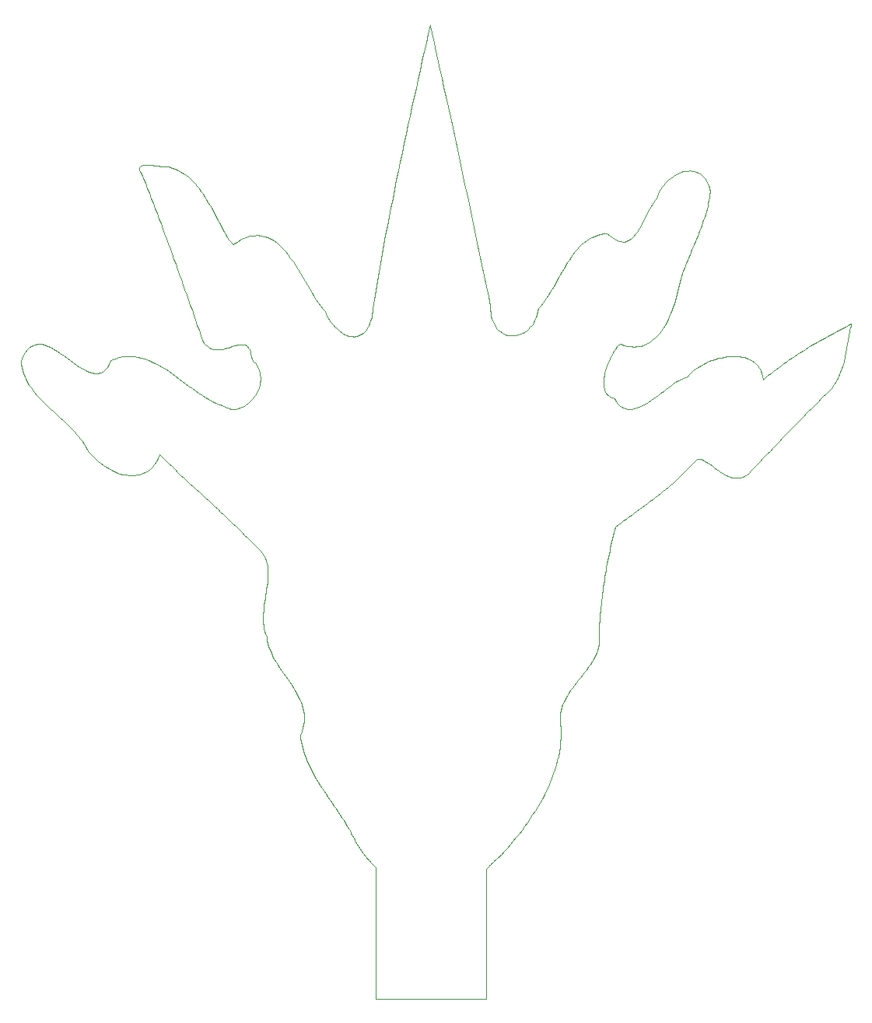
<source format=gbr>
G04 #@! TF.GenerationSoftware,KiCad,Pcbnew,(5.1.8)-1*
G04 #@! TF.CreationDate,2021-05-01T00:31:05-04:00*
G04 #@! TF.ProjectId,pcb,7063622e-6b69-4636-9164-5f7063625858,1*
G04 #@! TF.SameCoordinates,Original*
G04 #@! TF.FileFunction,Profile,NP*
%FSLAX46Y46*%
G04 Gerber Fmt 4.6, Leading zero omitted, Abs format (unit mm)*
G04 Created by KiCad (PCBNEW (5.1.8)-1) date 2021-05-01 00:31:05*
%MOMM*%
%LPD*%
G01*
G04 APERTURE LIST*
G04 #@! TA.AperFunction,Profile*
%ADD10C,0.000100*%
G04 #@! TD*
G04 APERTURE END LIST*
D10*
X168241276Y-75348060D02*
X168393354Y-75638127D01*
X168393354Y-75638127D02*
X168565180Y-75924170D01*
X168565180Y-75924170D02*
X168755496Y-76205006D01*
X168755496Y-76205006D02*
X168963042Y-76479457D01*
X168963042Y-76479457D02*
X169186560Y-76746340D01*
X169186560Y-76746340D02*
X169424791Y-77004477D01*
X169424791Y-77004477D02*
X169676477Y-77252687D01*
X169676477Y-77252687D02*
X169940357Y-77489788D01*
X169940357Y-77489788D02*
X170215175Y-77714602D01*
X170215175Y-77714602D02*
X170499670Y-77925947D01*
X170499670Y-77925947D02*
X170792585Y-78122644D01*
X170792585Y-78122644D02*
X171092660Y-78303511D01*
X171092660Y-78303511D02*
X171398636Y-78467369D01*
X171398636Y-78467369D02*
X171709256Y-78613037D01*
X171709256Y-78613037D02*
X172023260Y-78739335D01*
X172023260Y-78739335D02*
X172339389Y-78845082D01*
X172339389Y-78845082D02*
X172656385Y-78929098D01*
X172656385Y-78929098D02*
X172972988Y-78990203D01*
X172972988Y-78990203D02*
X173287941Y-79027216D01*
X173287941Y-79027216D02*
X173599985Y-79038958D01*
X173599985Y-79038958D02*
X173907860Y-79024246D01*
X173907860Y-79024246D02*
X174210307Y-78981902D01*
X174210307Y-78981902D02*
X174506069Y-78910745D01*
X174506069Y-78910745D02*
X174793887Y-78809595D01*
X174793887Y-78809595D02*
X175072500Y-78677270D01*
X175072500Y-78677270D02*
X175340652Y-78512591D01*
X175340652Y-78512591D02*
X175597083Y-78314378D01*
X175597083Y-78314378D02*
X175840534Y-78081450D01*
X175840534Y-78081450D02*
X176069747Y-77812626D01*
X176069747Y-77812626D02*
X176283462Y-77506727D01*
X176283462Y-77506727D02*
X176480422Y-77162571D01*
X176480422Y-77162571D02*
X176659367Y-76778980D01*
X200168010Y-121695110D02*
X200168010Y-135987250D01*
X171342896Y-66461780D02*
X171143271Y-66909153D01*
X171143271Y-66909153D02*
X170924590Y-67266357D01*
X170924590Y-67266357D02*
X170688071Y-67539543D01*
X170688071Y-67539543D02*
X170434930Y-67734861D01*
X170434930Y-67734861D02*
X170166385Y-67858463D01*
X170166385Y-67858463D02*
X169883653Y-67916500D01*
X169883653Y-67916500D02*
X169587951Y-67915121D01*
X169587951Y-67915121D02*
X169280497Y-67860479D01*
X169280497Y-67860479D02*
X168962509Y-67758724D01*
X168962509Y-67758724D02*
X168635203Y-67616006D01*
X168635203Y-67616006D02*
X168299796Y-67438477D01*
X168299796Y-67438477D02*
X167957506Y-67232287D01*
X167957506Y-67232287D02*
X167609551Y-67003587D01*
X167609551Y-67003587D02*
X167257147Y-66758528D01*
X167257147Y-66758528D02*
X166901512Y-66503261D01*
X166901512Y-66503261D02*
X166543863Y-66243937D01*
X166543863Y-66243937D02*
X166185417Y-65986706D01*
X166185417Y-65986706D02*
X165827392Y-65737720D01*
X165827392Y-65737720D02*
X165471006Y-65503129D01*
X165471006Y-65503129D02*
X165117474Y-65289083D01*
X165117474Y-65289083D02*
X164768016Y-65101735D01*
X164768016Y-65101735D02*
X164423847Y-64947234D01*
X164423847Y-64947234D02*
X164086185Y-64831732D01*
X164086185Y-64831732D02*
X163756248Y-64761379D01*
X163756248Y-64761379D02*
X163435253Y-64742326D01*
X163435253Y-64742326D02*
X163124416Y-64780724D01*
X163124416Y-64780724D02*
X162824957Y-64882724D01*
X162824957Y-64882724D02*
X162538091Y-65054476D01*
X162538091Y-65054476D02*
X162265036Y-65302132D01*
X162265036Y-65302132D02*
X162007009Y-65631843D01*
X162007009Y-65631843D02*
X161765228Y-66049758D01*
X161765228Y-66049758D02*
X161540910Y-66562030D01*
X217891990Y-60789780D02*
X217819173Y-61160780D01*
X217819173Y-61160780D02*
X217724233Y-61507755D01*
X217724233Y-61507755D02*
X217608797Y-61830675D01*
X217608797Y-61830675D02*
X217474493Y-62129511D01*
X217474493Y-62129511D02*
X217322947Y-62404234D01*
X217322947Y-62404234D02*
X217155785Y-62654812D01*
X217155785Y-62654812D02*
X216974636Y-62881219D01*
X216974636Y-62881219D02*
X216781126Y-63083423D01*
X216781126Y-63083423D02*
X216576882Y-63261395D01*
X216576882Y-63261395D02*
X216363530Y-63415107D01*
X216363530Y-63415107D02*
X216142699Y-63544528D01*
X216142699Y-63544528D02*
X215916015Y-63649628D01*
X215916015Y-63649628D02*
X215685104Y-63730380D01*
X215685104Y-63730380D02*
X215451595Y-63786753D01*
X215451595Y-63786753D02*
X215217113Y-63818717D01*
X215217113Y-63818717D02*
X214983286Y-63826243D01*
X214983286Y-63826243D02*
X214751741Y-63809302D01*
X214751741Y-63809302D02*
X214524104Y-63767865D01*
X214524104Y-63767865D02*
X214302003Y-63701901D01*
X214302003Y-63701901D02*
X214087065Y-63611382D01*
X214087065Y-63611382D02*
X213880917Y-63496278D01*
X213880917Y-63496278D02*
X213685185Y-63356559D01*
X213685185Y-63356559D02*
X213501497Y-63192196D01*
X213501497Y-63192196D02*
X213331480Y-63003159D01*
X213331480Y-63003159D02*
X213176760Y-62789420D01*
X213176760Y-62789420D02*
X213038965Y-62550948D01*
X213038965Y-62550948D02*
X212919721Y-62287715D01*
X212919721Y-62287715D02*
X212820656Y-61999690D01*
X212820656Y-61999690D02*
X212743396Y-61686845D01*
X212743396Y-61686845D02*
X212689569Y-61349149D01*
X212689569Y-61349149D02*
X212660801Y-60986574D01*
X212660801Y-60986574D02*
X212658720Y-60599090D01*
X251918860Y-62534890D02*
X251600675Y-62693122D01*
X251600675Y-62693122D02*
X251283127Y-62853117D01*
X251283127Y-62853117D02*
X250966271Y-63014897D01*
X250966271Y-63014897D02*
X250650162Y-63178486D01*
X250650162Y-63178486D02*
X250334854Y-63343906D01*
X250334854Y-63343906D02*
X250020404Y-63511180D01*
X250020404Y-63511180D02*
X249706865Y-63680330D01*
X249706865Y-63680330D02*
X249394293Y-63851380D01*
X249394293Y-63851380D02*
X249082743Y-64024352D01*
X249082743Y-64024352D02*
X248772270Y-64199269D01*
X248772270Y-64199269D02*
X248462928Y-64376155D01*
X248462928Y-64376155D02*
X248154774Y-64555030D01*
X248154774Y-64555030D02*
X247847861Y-64735920D01*
X247847861Y-64735920D02*
X247542245Y-64918845D01*
X247542245Y-64918845D02*
X247237981Y-65103829D01*
X247237981Y-65103829D02*
X246935125Y-65290896D01*
X246935125Y-65290896D02*
X246633729Y-65480067D01*
X246633729Y-65480067D02*
X246333851Y-65671365D01*
X246333851Y-65671365D02*
X246035545Y-65864813D01*
X246035545Y-65864813D02*
X245738866Y-66060435D01*
X245738866Y-66060435D02*
X245443869Y-66258252D01*
X245443869Y-66258252D02*
X245150608Y-66458288D01*
X245150608Y-66458288D02*
X244859140Y-66660565D01*
X244859140Y-66660565D02*
X244569519Y-66865106D01*
X244569519Y-66865106D02*
X244281799Y-67071934D01*
X244281799Y-67071934D02*
X243996037Y-67281072D01*
X243996037Y-67281072D02*
X243712286Y-67492542D01*
X243712286Y-67492542D02*
X243430603Y-67706368D01*
X243430603Y-67706368D02*
X243151042Y-67922572D01*
X243151042Y-67922572D02*
X242873657Y-68141176D01*
X242873657Y-68141176D02*
X242598505Y-68362205D01*
X242598505Y-68362205D02*
X242325640Y-68585680D01*
X183523029Y-71434610D02*
X183136986Y-71298644D01*
X183136986Y-71298644D02*
X182755267Y-71139687D01*
X182755267Y-71139687D02*
X182377474Y-70959912D01*
X182377474Y-70959912D02*
X182003209Y-70761493D01*
X182003209Y-70761493D02*
X181632076Y-70546604D01*
X181632076Y-70546604D02*
X181263677Y-70317418D01*
X181263677Y-70317418D02*
X180897614Y-70076110D01*
X180897614Y-70076110D02*
X180533490Y-69824853D01*
X180533490Y-69824853D02*
X180170907Y-69565821D01*
X180170907Y-69565821D02*
X179809469Y-69301187D01*
X179809469Y-69301187D02*
X179448777Y-69033126D01*
X179448777Y-69033126D02*
X179088435Y-68763810D01*
X179088435Y-68763810D02*
X178728044Y-68495415D01*
X178728044Y-68495415D02*
X178367208Y-68230113D01*
X178367208Y-68230113D02*
X178005528Y-67970079D01*
X178005528Y-67970079D02*
X177642609Y-67717486D01*
X177642609Y-67717486D02*
X177278051Y-67474507D01*
X177278051Y-67474507D02*
X176911458Y-67243318D01*
X176911458Y-67243318D02*
X176542433Y-67026091D01*
X176542433Y-67026091D02*
X176170577Y-66825000D01*
X176170577Y-66825000D02*
X175795494Y-66642219D01*
X175795494Y-66642219D02*
X175416785Y-66479921D01*
X175416785Y-66479921D02*
X175034055Y-66340281D01*
X175034055Y-66340281D02*
X174646904Y-66225473D01*
X174646904Y-66225473D02*
X174254936Y-66137669D01*
X174254936Y-66137669D02*
X173857754Y-66079044D01*
X173857754Y-66079044D02*
X173454959Y-66051772D01*
X173454959Y-66051772D02*
X173046155Y-66058026D01*
X173046155Y-66058026D02*
X172630944Y-66099980D01*
X172630944Y-66099980D02*
X172208929Y-66179808D01*
X172208929Y-66179808D02*
X171779712Y-66299683D01*
X171779712Y-66299683D02*
X171342896Y-66461780D01*
X212658720Y-60599090D02*
X212442408Y-59545063D01*
X212442408Y-59545063D02*
X212214946Y-58445434D01*
X212214946Y-58445434D02*
X211977516Y-57305389D01*
X211977516Y-57305389D02*
X211731300Y-56130112D01*
X211731300Y-56130112D02*
X211477479Y-54924789D01*
X211477479Y-54924789D02*
X211217234Y-53694603D01*
X211217234Y-53694603D02*
X210951747Y-52444740D01*
X210951747Y-52444740D02*
X210682199Y-51180386D01*
X210682199Y-51180386D02*
X210409772Y-49906723D01*
X210409772Y-49906723D02*
X210135648Y-48628939D01*
X210135648Y-48628939D02*
X209861008Y-47352217D01*
X209861008Y-47352217D02*
X209587034Y-46081742D01*
X209587034Y-46081742D02*
X209314906Y-44822699D01*
X209314906Y-44822699D02*
X209045807Y-43580274D01*
X209045807Y-43580274D02*
X208780919Y-42359651D01*
X208780919Y-42359651D02*
X208521422Y-41166014D01*
X208521422Y-41166014D02*
X208268498Y-40004550D01*
X208268498Y-40004550D02*
X208023329Y-38880442D01*
X208023329Y-38880442D02*
X207787097Y-37798875D01*
X207787097Y-37798875D02*
X207560982Y-36765035D01*
X207560982Y-36765035D02*
X207346167Y-35784107D01*
X207346167Y-35784107D02*
X207143832Y-34861275D01*
X207143832Y-34861275D02*
X206955160Y-34001724D01*
X206955160Y-34001724D02*
X206781331Y-33210639D01*
X206781331Y-33210639D02*
X206623529Y-32493204D01*
X206623529Y-32493204D02*
X206482933Y-31854606D01*
X206482933Y-31854606D02*
X206360725Y-31300028D01*
X206360725Y-31300028D02*
X206258088Y-30834656D01*
X206258088Y-30834656D02*
X206176202Y-30463675D01*
X206176202Y-30463675D02*
X206116249Y-30192268D01*
X206116249Y-30192268D02*
X206079411Y-30025622D01*
X206079411Y-30025622D02*
X206066870Y-29968922D01*
X206066870Y-29968922D02*
X205851983Y-30954300D01*
X205851983Y-30954300D02*
X205635945Y-31941207D01*
X205635945Y-31941207D02*
X205418977Y-32929564D01*
X205418977Y-32929564D02*
X205201297Y-33919290D01*
X205201297Y-33919290D02*
X204983125Y-34910303D01*
X204983125Y-34910303D02*
X204764681Y-35902525D01*
X204764681Y-35902525D02*
X204546185Y-36895875D01*
X204546185Y-36895875D02*
X204327856Y-37890271D01*
X204327856Y-37890271D02*
X204109914Y-38885635D01*
X204109914Y-38885635D02*
X203892578Y-39881885D01*
X203892578Y-39881885D02*
X203676068Y-40878942D01*
X203676068Y-40878942D02*
X203460604Y-41876724D01*
X203460604Y-41876724D02*
X203246405Y-42875151D01*
X203246405Y-42875151D02*
X203033691Y-43874144D01*
X203033691Y-43874144D02*
X202822682Y-44873622D01*
X202822682Y-44873622D02*
X202613596Y-45873504D01*
X202613596Y-45873504D02*
X202406655Y-46873709D01*
X202406655Y-46873709D02*
X202202076Y-47874159D01*
X202202076Y-47874159D02*
X202000081Y-48874772D01*
X202000081Y-48874772D02*
X201800889Y-49875467D01*
X201800889Y-49875467D02*
X201604718Y-50876165D01*
X201604718Y-50876165D02*
X201411790Y-51876786D01*
X201411790Y-51876786D02*
X201222323Y-52877248D01*
X201222323Y-52877248D02*
X201036537Y-53877472D01*
X201036537Y-53877472D02*
X200854652Y-54877376D01*
X200854652Y-54877376D02*
X200676887Y-55876882D01*
X200676887Y-55876882D02*
X200503462Y-56875908D01*
X200503462Y-56875908D02*
X200334597Y-57874373D01*
X200334597Y-57874373D02*
X200170511Y-58872199D01*
X200170511Y-58872199D02*
X200011424Y-59869304D01*
X200011424Y-59869304D02*
X199857555Y-60865607D01*
X199857555Y-60865607D02*
X199709125Y-61861030D01*
X226126630Y-70676510D02*
X225878055Y-70591538D01*
X225878055Y-70591538D02*
X225662638Y-70481450D01*
X225662638Y-70481450D02*
X225478802Y-70348109D01*
X225478802Y-70348109D02*
X225324973Y-70193380D01*
X225324973Y-70193380D02*
X225199574Y-70019126D01*
X225199574Y-70019126D02*
X225101031Y-69827213D01*
X225101031Y-69827213D02*
X225027768Y-69619504D01*
X225027768Y-69619504D02*
X224978209Y-69397865D01*
X224978209Y-69397865D02*
X224950780Y-69164159D01*
X224950780Y-69164159D02*
X224943904Y-68920251D01*
X224943904Y-68920251D02*
X224956007Y-68668005D01*
X224956007Y-68668005D02*
X224985513Y-68409285D01*
X224985513Y-68409285D02*
X225030846Y-68145957D01*
X225030846Y-68145957D02*
X225090431Y-67879884D01*
X225090431Y-67879884D02*
X225162694Y-67612931D01*
X225162694Y-67612931D02*
X225246057Y-67346962D01*
X225246057Y-67346962D02*
X225338946Y-67083842D01*
X225338946Y-67083842D02*
X225439786Y-66825434D01*
X225439786Y-66825434D02*
X225547001Y-66573604D01*
X225547001Y-66573604D02*
X225659015Y-66330215D01*
X225659015Y-66330215D02*
X225774254Y-66097133D01*
X225774254Y-66097133D02*
X225891141Y-65876221D01*
X225891141Y-65876221D02*
X226008102Y-65669343D01*
X226008102Y-65669343D02*
X226123561Y-65478365D01*
X226123561Y-65478365D02*
X226235942Y-65305151D01*
X226235942Y-65305151D02*
X226343671Y-65151565D01*
X226343671Y-65151565D02*
X226445171Y-65019471D01*
X226445171Y-65019471D02*
X226538868Y-64910733D01*
X226538868Y-64910733D02*
X226623186Y-64827217D01*
X226623186Y-64827217D02*
X226696549Y-64770787D01*
X226696549Y-64770787D02*
X226757382Y-64743306D01*
X226757382Y-64743306D02*
X226804110Y-64746640D01*
X187186889Y-86828500D02*
X187439952Y-87050338D01*
X187439952Y-87050338D02*
X187659130Y-87283470D01*
X187659130Y-87283470D02*
X187846402Y-87527305D01*
X187846402Y-87527305D02*
X188003748Y-87781253D01*
X188003748Y-87781253D02*
X188133150Y-88044724D01*
X188133150Y-88044724D02*
X188236587Y-88317126D01*
X188236587Y-88317126D02*
X188316040Y-88597870D01*
X188316040Y-88597870D02*
X188373489Y-88886364D01*
X188373489Y-88886364D02*
X188410915Y-89182018D01*
X188410915Y-89182018D02*
X188430297Y-89484242D01*
X188430297Y-89484242D02*
X188433617Y-89792445D01*
X188433617Y-89792445D02*
X188422854Y-90106036D01*
X188422854Y-90106036D02*
X188399989Y-90424425D01*
X188399989Y-90424425D02*
X188367002Y-90747022D01*
X188367002Y-90747022D02*
X188325873Y-91073235D01*
X188325873Y-91073235D02*
X188278584Y-91402475D01*
X188278584Y-91402475D02*
X188227113Y-91734150D01*
X188227113Y-91734150D02*
X188173442Y-92067670D01*
X188173442Y-92067670D02*
X188119552Y-92402446D01*
X188119552Y-92402446D02*
X188067421Y-92737885D01*
X188067421Y-92737885D02*
X188019031Y-93073398D01*
X188019031Y-93073398D02*
X187976362Y-93408394D01*
X187976362Y-93408394D02*
X187941394Y-93742282D01*
X187941394Y-93742282D02*
X187916108Y-94074473D01*
X187916108Y-94074473D02*
X187902484Y-94404374D01*
X187902484Y-94404374D02*
X187902502Y-94731397D01*
X187902502Y-94731397D02*
X187918143Y-95054950D01*
X187918143Y-95054950D02*
X187951387Y-95374442D01*
X187951387Y-95374442D02*
X188004214Y-95689284D01*
X188004214Y-95689284D02*
X188078605Y-95998885D01*
X188078605Y-95998885D02*
X188176540Y-96302653D01*
X188176540Y-96302653D02*
X188300000Y-96600000D01*
X181303011Y-64342530D02*
X181480724Y-64597597D01*
X181480724Y-64597597D02*
X181665323Y-64809764D01*
X181665323Y-64809764D02*
X181856058Y-64982101D01*
X181856058Y-64982101D02*
X182052178Y-65117675D01*
X182052178Y-65117675D02*
X182252932Y-65219555D01*
X182252932Y-65219555D02*
X182457570Y-65290808D01*
X182457570Y-65290808D02*
X182665341Y-65334504D01*
X182665341Y-65334504D02*
X182875495Y-65353710D01*
X182875495Y-65353710D02*
X183087281Y-65351494D01*
X183087281Y-65351494D02*
X183299949Y-65330926D01*
X183299949Y-65330926D02*
X183512747Y-65295072D01*
X183512747Y-65295072D02*
X183724926Y-65247002D01*
X183724926Y-65247002D02*
X183935735Y-65189784D01*
X183935735Y-65189784D02*
X184144424Y-65126486D01*
X184144424Y-65126486D02*
X184350241Y-65060176D01*
X184350241Y-65060176D02*
X184552436Y-64993922D01*
X184552436Y-64993922D02*
X184750258Y-64930793D01*
X184750258Y-64930793D02*
X184942958Y-64873857D01*
X184942958Y-64873857D02*
X185129784Y-64826183D01*
X185129784Y-64826183D02*
X185309987Y-64790838D01*
X185309987Y-64790838D02*
X185482814Y-64770890D01*
X185482814Y-64770890D02*
X185647516Y-64769409D01*
X185647516Y-64769409D02*
X185803343Y-64789462D01*
X185803343Y-64789462D02*
X185949543Y-64834118D01*
X185949543Y-64834118D02*
X186085366Y-64906445D01*
X186085366Y-64906445D02*
X186210062Y-65009510D01*
X186210062Y-65009510D02*
X186322879Y-65146383D01*
X186322879Y-65146383D02*
X186423068Y-65320132D01*
X186423068Y-65320132D02*
X186509878Y-65533825D01*
X186509878Y-65533825D02*
X186582558Y-65790530D01*
X186582558Y-65790530D02*
X186640358Y-66093315D01*
X186640358Y-66093315D02*
X186682527Y-66445250D01*
X194676874Y-61207840D02*
X194425379Y-60917770D01*
X194425379Y-60917770D02*
X194176768Y-60599695D01*
X194176768Y-60599695D02*
X193930343Y-60256818D01*
X193930343Y-60256818D02*
X193685411Y-59892342D01*
X193685411Y-59892342D02*
X193441275Y-59509474D01*
X193441275Y-59509474D02*
X193197241Y-59111415D01*
X193197241Y-59111415D02*
X192952612Y-58701372D01*
X192952612Y-58701372D02*
X192706695Y-58282549D01*
X192706695Y-58282549D02*
X192458793Y-57858149D01*
X192458793Y-57858149D02*
X192208212Y-57431376D01*
X192208212Y-57431376D02*
X191954256Y-57005436D01*
X191954256Y-57005436D02*
X191696230Y-56583532D01*
X191696230Y-56583532D02*
X191433438Y-56168869D01*
X191433438Y-56168869D02*
X191165186Y-55764651D01*
X191165186Y-55764651D02*
X190890778Y-55374081D01*
X190890778Y-55374081D02*
X190609519Y-55000366D01*
X190609519Y-55000366D02*
X190320714Y-54646708D01*
X190320714Y-54646708D02*
X190023667Y-54316312D01*
X190023667Y-54316312D02*
X189717683Y-54012382D01*
X189717683Y-54012382D02*
X189402067Y-53738123D01*
X189402067Y-53738123D02*
X189076124Y-53496739D01*
X189076124Y-53496739D02*
X188739158Y-53291433D01*
X188739158Y-53291433D02*
X188390474Y-53125411D01*
X188390474Y-53125411D02*
X188029378Y-53001877D01*
X188029378Y-53001877D02*
X187655173Y-52924035D01*
X187655173Y-52924035D02*
X187267164Y-52895088D01*
X187267164Y-52895088D02*
X186864656Y-52918243D01*
X186864656Y-52918243D02*
X186446955Y-52996702D01*
X186446955Y-52996702D02*
X186013364Y-53133669D01*
X186013364Y-53133669D02*
X185563188Y-53332350D01*
X185563188Y-53332350D02*
X185095733Y-53595949D01*
X185095733Y-53595949D02*
X184610303Y-53927670D01*
X212232910Y-135987250D02*
X212232910Y-121840830D01*
X230725319Y-48898520D02*
X230560501Y-49096002D01*
X230560501Y-49096002D02*
X230402859Y-49306956D01*
X230402859Y-49306956D02*
X230251657Y-49529523D01*
X230251657Y-49529523D02*
X230106160Y-49761842D01*
X230106160Y-49761842D02*
X229965631Y-50002054D01*
X229965631Y-50002054D02*
X229829335Y-50248297D01*
X229829335Y-50248297D02*
X229696536Y-50498713D01*
X229696536Y-50498713D02*
X229566498Y-50751442D01*
X229566498Y-50751442D02*
X229438487Y-51004622D01*
X229438487Y-51004622D02*
X229311766Y-51256394D01*
X229311766Y-51256394D02*
X229185599Y-51504899D01*
X229185599Y-51504899D02*
X229059251Y-51748276D01*
X229059251Y-51748276D02*
X228931986Y-51984665D01*
X228931986Y-51984665D02*
X228803069Y-52212205D01*
X228803069Y-52212205D02*
X228671764Y-52429038D01*
X228671764Y-52429038D02*
X228537334Y-52633303D01*
X228537334Y-52633303D02*
X228399045Y-52823140D01*
X228399045Y-52823140D02*
X228256161Y-52996689D01*
X228256161Y-52996689D02*
X228107946Y-53152090D01*
X228107946Y-53152090D02*
X227953664Y-53287482D01*
X227953664Y-53287482D02*
X227792580Y-53401007D01*
X227792580Y-53401007D02*
X227623958Y-53490803D01*
X227623958Y-53490803D02*
X227447063Y-53555011D01*
X227447063Y-53555011D02*
X227261158Y-53591771D01*
X227261158Y-53591771D02*
X227065508Y-53599222D01*
X227065508Y-53599222D02*
X226859377Y-53575505D01*
X226859377Y-53575505D02*
X226642030Y-53518760D01*
X226642030Y-53518760D02*
X226412731Y-53427127D01*
X226412731Y-53427127D02*
X226170744Y-53298745D01*
X226170744Y-53298745D02*
X225915333Y-53131755D01*
X225915333Y-53131755D02*
X225645764Y-52924297D01*
X225645764Y-52924297D02*
X225361300Y-52674510D01*
X176659367Y-76778980D02*
X176982986Y-77101976D01*
X176982986Y-77101976D02*
X177308075Y-77422672D01*
X177308075Y-77422672D02*
X177634522Y-77741240D01*
X177634522Y-77741240D02*
X177962215Y-78057854D01*
X177962215Y-78057854D02*
X178291041Y-78372684D01*
X178291041Y-78372684D02*
X178620888Y-78685903D01*
X178620888Y-78685903D02*
X178951643Y-78997684D01*
X178951643Y-78997684D02*
X179283193Y-79308198D01*
X179283193Y-79308198D02*
X179615427Y-79617618D01*
X179615427Y-79617618D02*
X179948232Y-79926117D01*
X179948232Y-79926117D02*
X180281496Y-80233865D01*
X180281496Y-80233865D02*
X180615106Y-80541037D01*
X180615106Y-80541037D02*
X180948950Y-80847803D01*
X180948950Y-80847803D02*
X181282915Y-81154337D01*
X181282915Y-81154337D02*
X181616889Y-81460810D01*
X181616889Y-81460810D02*
X181950759Y-81767395D01*
X181950759Y-81767395D02*
X182284414Y-82074263D01*
X182284414Y-82074263D02*
X182617740Y-82381588D01*
X182617740Y-82381588D02*
X182950626Y-82689541D01*
X182950626Y-82689541D02*
X183282959Y-82998295D01*
X183282959Y-82998295D02*
X183614626Y-83308022D01*
X183614626Y-83308022D02*
X183945515Y-83618894D01*
X183945515Y-83618894D02*
X184275514Y-83931084D01*
X184275514Y-83931084D02*
X184604510Y-84244764D01*
X184604510Y-84244764D02*
X184932390Y-84560105D01*
X184932390Y-84560105D02*
X185259044Y-84877281D01*
X185259044Y-84877281D02*
X185584357Y-85196463D01*
X185584357Y-85196463D02*
X185908218Y-85517824D01*
X185908218Y-85517824D02*
X186230514Y-85841535D01*
X186230514Y-85841535D02*
X186551132Y-86167770D01*
X186551132Y-86167770D02*
X186869961Y-86496701D01*
X186869961Y-86496701D02*
X187186889Y-86828500D01*
X161540910Y-66562030D02*
X161585635Y-66924803D01*
X161585635Y-66924803D02*
X161652127Y-67275987D01*
X161652127Y-67275987D02*
X161739271Y-67616172D01*
X161739271Y-67616172D02*
X161845952Y-67945948D01*
X161845952Y-67945948D02*
X161971058Y-68265903D01*
X161971058Y-68265903D02*
X162113472Y-68576629D01*
X162113472Y-68576629D02*
X162272082Y-68878715D01*
X162272082Y-68878715D02*
X162445771Y-69172750D01*
X162445771Y-69172750D02*
X162633428Y-69459325D01*
X162633428Y-69459325D02*
X162833936Y-69739030D01*
X162833936Y-69739030D02*
X163046182Y-70012453D01*
X163046182Y-70012453D02*
X163269051Y-70280186D01*
X163269051Y-70280186D02*
X163501429Y-70542817D01*
X163501429Y-70542817D02*
X163742201Y-70800938D01*
X163742201Y-70800938D02*
X163990255Y-71055136D01*
X163990255Y-71055136D02*
X164244474Y-71306003D01*
X164244474Y-71306003D02*
X164503744Y-71554128D01*
X164503744Y-71554128D02*
X164766953Y-71800101D01*
X164766953Y-71800101D02*
X165032984Y-72044512D01*
X165032984Y-72044512D02*
X165300724Y-72287951D01*
X165300724Y-72287951D02*
X165569058Y-72531007D01*
X165569058Y-72531007D02*
X165836873Y-72774270D01*
X165836873Y-72774270D02*
X166103053Y-73018330D01*
X166103053Y-73018330D02*
X166366485Y-73263777D01*
X166366485Y-73263777D02*
X166626054Y-73511201D01*
X166626054Y-73511201D02*
X166880646Y-73761191D01*
X166880646Y-73761191D02*
X167129147Y-74014337D01*
X167129147Y-74014337D02*
X167370441Y-74271230D01*
X167370441Y-74271230D02*
X167603416Y-74532459D01*
X167603416Y-74532459D02*
X167826956Y-74798614D01*
X167826956Y-74798614D02*
X168039947Y-75070284D01*
X168039947Y-75070284D02*
X168241276Y-75348060D01*
X184610303Y-53927670D02*
X184406708Y-53658322D01*
X184406708Y-53658322D02*
X184209936Y-53378965D01*
X184209936Y-53378965D02*
X184019211Y-53090628D01*
X184019211Y-53090628D02*
X183833761Y-52794342D01*
X183833761Y-52794342D02*
X183652812Y-52491140D01*
X183652812Y-52491140D02*
X183475591Y-52182052D01*
X183475591Y-52182052D02*
X183301326Y-51868109D01*
X183301326Y-51868109D02*
X183129242Y-51550343D01*
X183129242Y-51550343D02*
X182958566Y-51229784D01*
X182958566Y-51229784D02*
X182788526Y-50907464D01*
X182788526Y-50907464D02*
X182618348Y-50584413D01*
X182618348Y-50584413D02*
X182447258Y-50261664D01*
X182447258Y-50261664D02*
X182274484Y-49940247D01*
X182274484Y-49940247D02*
X182099252Y-49621194D01*
X182099252Y-49621194D02*
X181920789Y-49305535D01*
X181920789Y-49305535D02*
X181738322Y-48994302D01*
X181738322Y-48994302D02*
X181551077Y-48688526D01*
X181551077Y-48688526D02*
X181358281Y-48389238D01*
X181358281Y-48389238D02*
X181159162Y-48097469D01*
X181159162Y-48097469D02*
X180952944Y-47814250D01*
X180952944Y-47814250D02*
X180738857Y-47540613D01*
X180738857Y-47540613D02*
X180516125Y-47277589D01*
X180516125Y-47277589D02*
X180283977Y-47026208D01*
X180283977Y-47026208D02*
X180041638Y-46787503D01*
X180041638Y-46787503D02*
X179788336Y-46562503D01*
X179788336Y-46562503D02*
X179523296Y-46352241D01*
X179523296Y-46352241D02*
X179245747Y-46157748D01*
X179245747Y-46157748D02*
X178954914Y-45980054D01*
X178954914Y-45980054D02*
X178650025Y-45820191D01*
X178650025Y-45820191D02*
X178330306Y-45679191D01*
X178330306Y-45679191D02*
X177994984Y-45558083D01*
X177994984Y-45558083D02*
X177643286Y-45457900D01*
X236573540Y-48167290D02*
X236496538Y-47811621D01*
X236496538Y-47811621D02*
X236399148Y-47489101D01*
X236399148Y-47489101D02*
X236282724Y-47198858D01*
X236282724Y-47198858D02*
X236148625Y-46940018D01*
X236148625Y-46940018D02*
X235998206Y-46711709D01*
X235998206Y-46711709D02*
X235832824Y-46513058D01*
X235832824Y-46513058D02*
X235653836Y-46343192D01*
X235653836Y-46343192D02*
X235462599Y-46201238D01*
X235462599Y-46201238D02*
X235260468Y-46086323D01*
X235260468Y-46086323D02*
X235048802Y-45997574D01*
X235048802Y-45997574D02*
X234828956Y-45934119D01*
X234828956Y-45934119D02*
X234602287Y-45895085D01*
X234602287Y-45895085D02*
X234370151Y-45879598D01*
X234370151Y-45879598D02*
X234133906Y-45886786D01*
X234133906Y-45886786D02*
X233894908Y-45915776D01*
X233894908Y-45915776D02*
X233654514Y-45965696D01*
X233654514Y-45965696D02*
X233414080Y-46035671D01*
X233414080Y-46035671D02*
X233174963Y-46124831D01*
X233174963Y-46124831D02*
X232938519Y-46232300D01*
X232938519Y-46232300D02*
X232706106Y-46357208D01*
X232706106Y-46357208D02*
X232479079Y-46498680D01*
X232479079Y-46498680D02*
X232258796Y-46655845D01*
X232258796Y-46655845D02*
X232046613Y-46827828D01*
X232046613Y-46827828D02*
X231843887Y-47013758D01*
X231843887Y-47013758D02*
X231651974Y-47212761D01*
X231651974Y-47212761D02*
X231472231Y-47423965D01*
X231472231Y-47423965D02*
X231306015Y-47646497D01*
X231306015Y-47646497D02*
X231154683Y-47879483D01*
X231154683Y-47879483D02*
X231019590Y-48122051D01*
X231019590Y-48122051D02*
X230902094Y-48373329D01*
X230902094Y-48373329D02*
X230803551Y-48632442D01*
X230803551Y-48632442D02*
X230725319Y-48898520D01*
X224434230Y-95887890D02*
X224461223Y-95538695D01*
X224461223Y-95538695D02*
X224490076Y-95186159D01*
X224490076Y-95186159D02*
X224520799Y-94830595D01*
X224520799Y-94830595D02*
X224553405Y-94472319D01*
X224553405Y-94472319D02*
X224587904Y-94111643D01*
X224587904Y-94111643D02*
X224624307Y-93748883D01*
X224624307Y-93748883D02*
X224662626Y-93384353D01*
X224662626Y-93384353D02*
X224702872Y-93018367D01*
X224702872Y-93018367D02*
X224745056Y-92651240D01*
X224745056Y-92651240D02*
X224789190Y-92283285D01*
X224789190Y-92283285D02*
X224835283Y-91914818D01*
X224835283Y-91914818D02*
X224883349Y-91546152D01*
X224883349Y-91546152D02*
X224933397Y-91177602D01*
X224933397Y-91177602D02*
X224985440Y-90809482D01*
X224985440Y-90809482D02*
X225039488Y-90442106D01*
X225039488Y-90442106D02*
X225095552Y-90075790D01*
X225095552Y-90075790D02*
X225153644Y-89710846D01*
X225153644Y-89710846D02*
X225213775Y-89347589D01*
X225213775Y-89347589D02*
X225275957Y-88986335D01*
X225275957Y-88986335D02*
X225340199Y-88627396D01*
X225340199Y-88627396D02*
X225406514Y-88271088D01*
X225406514Y-88271088D02*
X225474914Y-87917725D01*
X225474914Y-87917725D02*
X225545408Y-87567620D01*
X225545408Y-87567620D02*
X225618008Y-87221089D01*
X225618008Y-87221089D02*
X225692726Y-86878446D01*
X225692726Y-86878446D02*
X225769572Y-86540004D01*
X225769572Y-86540004D02*
X225848558Y-86206079D01*
X225848558Y-86206079D02*
X225929696Y-85876985D01*
X225929696Y-85876985D02*
X226012995Y-85553035D01*
X226012995Y-85553035D02*
X226098468Y-85234545D01*
X226098468Y-85234545D02*
X226186126Y-84921828D01*
X226186126Y-84921828D02*
X226275980Y-84615200D01*
X220268590Y-106050580D02*
X220237224Y-105671161D01*
X220237224Y-105671161D02*
X220238715Y-105304491D01*
X220238715Y-105304491D02*
X220270819Y-104949696D01*
X220270819Y-104949696D02*
X220331293Y-104605898D01*
X220331293Y-104605898D02*
X220417893Y-104272222D01*
X220417893Y-104272222D02*
X220528376Y-103947792D01*
X220528376Y-103947792D02*
X220660498Y-103631731D01*
X220660498Y-103631731D02*
X220812016Y-103323164D01*
X220812016Y-103323164D02*
X220980687Y-103021214D01*
X220980687Y-103021214D02*
X221164267Y-102725006D01*
X221164267Y-102725006D02*
X221360512Y-102433663D01*
X221360512Y-102433663D02*
X221567179Y-102146309D01*
X221567179Y-102146309D02*
X221782025Y-101862069D01*
X221782025Y-101862069D02*
X222002806Y-101580066D01*
X222002806Y-101580066D02*
X222227279Y-101299424D01*
X222227279Y-101299424D02*
X222453200Y-101019267D01*
X222453200Y-101019267D02*
X222678325Y-100738720D01*
X222678325Y-100738720D02*
X222900412Y-100456905D01*
X222900412Y-100456905D02*
X223117217Y-100172948D01*
X223117217Y-100172948D02*
X223326496Y-99885971D01*
X223326496Y-99885971D02*
X223526006Y-99595100D01*
X223526006Y-99595100D02*
X223713504Y-99299457D01*
X223713504Y-99299457D02*
X223886745Y-98998167D01*
X223886745Y-98998167D02*
X224043488Y-98690354D01*
X224043488Y-98690354D02*
X224181487Y-98375142D01*
X224181487Y-98375142D02*
X224298500Y-98051655D01*
X224298500Y-98051655D02*
X224392283Y-97719016D01*
X224392283Y-97719016D02*
X224460593Y-97376349D01*
X224460593Y-97376349D02*
X224501186Y-97022780D01*
X224501186Y-97022780D02*
X224511818Y-96657430D01*
X224511818Y-96657430D02*
X224490247Y-96279426D01*
X224490247Y-96279426D02*
X224434230Y-95887890D01*
X235054250Y-77307630D02*
X235172830Y-77257454D01*
X235172830Y-77257454D02*
X235298829Y-77236490D01*
X235298829Y-77236490D02*
X235431986Y-77242340D01*
X235431986Y-77242340D02*
X235572043Y-77272604D01*
X235572043Y-77272604D02*
X235718740Y-77324885D01*
X235718740Y-77324885D02*
X235871819Y-77396786D01*
X235871819Y-77396786D02*
X236031020Y-77485908D01*
X236031020Y-77485908D02*
X236196084Y-77589852D01*
X236196084Y-77589852D02*
X236366752Y-77706223D01*
X236366752Y-77706223D02*
X236542766Y-77832620D01*
X236542766Y-77832620D02*
X236723866Y-77966647D01*
X236723866Y-77966647D02*
X236909792Y-78105904D01*
X236909792Y-78105904D02*
X237100287Y-78247995D01*
X237100287Y-78247995D02*
X237295090Y-78390522D01*
X237295090Y-78390522D02*
X237493943Y-78531085D01*
X237493943Y-78531085D02*
X237696587Y-78667288D01*
X237696587Y-78667288D02*
X237902762Y-78796732D01*
X237902762Y-78796732D02*
X238112210Y-78917020D01*
X238112210Y-78917020D02*
X238324672Y-79025753D01*
X238324672Y-79025753D02*
X238539888Y-79120533D01*
X238539888Y-79120533D02*
X238757599Y-79198962D01*
X238757599Y-79198962D02*
X238977546Y-79258643D01*
X238977546Y-79258643D02*
X239199471Y-79297178D01*
X239199471Y-79297178D02*
X239423114Y-79312167D01*
X239423114Y-79312167D02*
X239648216Y-79301214D01*
X239648216Y-79301214D02*
X239874517Y-79261921D01*
X239874517Y-79261921D02*
X240101760Y-79191888D01*
X240101760Y-79191888D02*
X240329685Y-79088720D01*
X240329685Y-79088720D02*
X240558032Y-78950016D01*
X240558032Y-78950016D02*
X240786543Y-78773381D01*
X240786543Y-78773381D02*
X241014958Y-78556414D01*
X241014958Y-78556414D02*
X241243020Y-78296720D01*
X200168010Y-135987250D02*
X212232910Y-135987250D01*
X177643286Y-45457900D02*
X177510551Y-45460292D01*
X177510551Y-45460292D02*
X177369596Y-45456555D01*
X177369596Y-45456555D02*
X177221546Y-45447527D01*
X177221546Y-45447527D02*
X177067525Y-45434046D01*
X177067525Y-45434046D02*
X176908657Y-45416951D01*
X176908657Y-45416951D02*
X176746068Y-45397081D01*
X176746068Y-45397081D02*
X176580882Y-45375274D01*
X176580882Y-45375274D02*
X176414225Y-45352368D01*
X176414225Y-45352368D02*
X176247220Y-45329204D01*
X176247220Y-45329204D02*
X176080993Y-45306618D01*
X176080993Y-45306618D02*
X175916668Y-45285450D01*
X175916668Y-45285450D02*
X175755370Y-45266539D01*
X175755370Y-45266539D02*
X175598224Y-45250723D01*
X175598224Y-45250723D02*
X175446354Y-45238841D01*
X175446354Y-45238841D02*
X175300886Y-45231731D01*
X175300886Y-45231731D02*
X175162944Y-45230232D01*
X175162944Y-45230232D02*
X175033652Y-45235183D01*
X175033652Y-45235183D02*
X174914136Y-45247422D01*
X174914136Y-45247422D02*
X174805520Y-45267788D01*
X174805520Y-45267788D02*
X174708930Y-45297120D01*
X174708930Y-45297120D02*
X174625489Y-45336256D01*
X174625489Y-45336256D02*
X174556322Y-45386035D01*
X174556322Y-45386035D02*
X174502555Y-45447296D01*
X174502555Y-45447296D02*
X174465312Y-45520877D01*
X174465312Y-45520877D02*
X174445717Y-45607617D01*
X174445717Y-45607617D02*
X174444896Y-45708354D01*
X174444896Y-45708354D02*
X174463974Y-45823927D01*
X174463974Y-45823927D02*
X174504074Y-45955176D01*
X174504074Y-45955176D02*
X174566322Y-46102937D01*
X174566322Y-46102937D02*
X174651842Y-46268051D01*
X174651842Y-46268051D02*
X174761760Y-46451356D01*
X174761760Y-46451356D02*
X174897200Y-46653690D01*
X199709125Y-61861030D02*
X199621416Y-62184813D01*
X199621416Y-62184813D02*
X199520560Y-62477970D01*
X199520560Y-62477970D02*
X199407422Y-62741343D01*
X199407422Y-62741343D02*
X199282868Y-62975773D01*
X199282868Y-62975773D02*
X199147764Y-63182104D01*
X199147764Y-63182104D02*
X199002976Y-63361176D01*
X199002976Y-63361176D02*
X198849371Y-63513833D01*
X198849371Y-63513833D02*
X198687815Y-63640915D01*
X198687815Y-63640915D02*
X198519173Y-63743265D01*
X198519173Y-63743265D02*
X198344311Y-63821725D01*
X198344311Y-63821725D02*
X198164097Y-63877137D01*
X198164097Y-63877137D02*
X197979395Y-63910342D01*
X197979395Y-63910342D02*
X197791073Y-63922184D01*
X197791073Y-63922184D02*
X197599995Y-63913503D01*
X197599995Y-63913503D02*
X197407029Y-63885142D01*
X197407029Y-63885142D02*
X197213041Y-63837943D01*
X197213041Y-63837943D02*
X197018895Y-63772748D01*
X197018895Y-63772748D02*
X196825459Y-63690399D01*
X196825459Y-63690399D02*
X196633599Y-63591737D01*
X196633599Y-63591737D02*
X196444180Y-63477606D01*
X196444180Y-63477606D02*
X196258070Y-63348846D01*
X196258070Y-63348846D02*
X196076133Y-63206300D01*
X196076133Y-63206300D02*
X195899236Y-63050810D01*
X195899236Y-63050810D02*
X195728246Y-62883217D01*
X195728246Y-62883217D02*
X195564027Y-62704365D01*
X195564027Y-62704365D02*
X195407447Y-62515094D01*
X195407447Y-62515094D02*
X195259372Y-62316247D01*
X195259372Y-62316247D02*
X195120667Y-62108666D01*
X195120667Y-62108666D02*
X194992198Y-61893193D01*
X194992198Y-61893193D02*
X194874832Y-61670669D01*
X194874832Y-61670669D02*
X194769435Y-61441937D01*
X194769435Y-61441937D02*
X194676874Y-61207840D01*
X206066870Y-29968922D02*
X206066870Y-29968922D01*
X225361300Y-52674510D02*
X224987074Y-52716184D01*
X224987074Y-52716184D02*
X224630621Y-52785243D01*
X224630621Y-52785243D02*
X224291071Y-52880315D01*
X224291071Y-52880315D02*
X223967556Y-53000029D01*
X223967556Y-53000029D02*
X223659206Y-53143013D01*
X223659206Y-53143013D02*
X223365154Y-53307897D01*
X223365154Y-53307897D02*
X223084529Y-53493309D01*
X223084529Y-53493309D02*
X222816465Y-53697878D01*
X222816465Y-53697878D02*
X222560091Y-53920233D01*
X222560091Y-53920233D02*
X222314539Y-54159004D01*
X222314539Y-54159004D02*
X222078940Y-54412818D01*
X222078940Y-54412818D02*
X221852426Y-54680305D01*
X221852426Y-54680305D02*
X221634127Y-54960093D01*
X221634127Y-54960093D02*
X221423176Y-55250812D01*
X221423176Y-55250812D02*
X221218702Y-55551090D01*
X221218702Y-55551090D02*
X221019838Y-55859557D01*
X221019838Y-55859557D02*
X220825715Y-56174841D01*
X220825715Y-56174841D02*
X220635464Y-56495570D01*
X220635464Y-56495570D02*
X220448215Y-56820375D01*
X220448215Y-56820375D02*
X220263102Y-57147883D01*
X220263102Y-57147883D02*
X220079253Y-57476723D01*
X220079253Y-57476723D02*
X219895802Y-57805526D01*
X219895802Y-57805526D02*
X219711879Y-58132918D01*
X219711879Y-58132918D02*
X219526615Y-58457530D01*
X219526615Y-58457530D02*
X219339142Y-58777990D01*
X219339142Y-58777990D02*
X219148590Y-59092926D01*
X219148590Y-59092926D02*
X218954092Y-59400969D01*
X218954092Y-59400969D02*
X218754778Y-59700746D01*
X218754778Y-59700746D02*
X218549779Y-59990887D01*
X218549779Y-59990887D02*
X218338228Y-60270020D01*
X218338228Y-60270020D02*
X218119254Y-60536775D01*
X218119254Y-60536775D02*
X217891990Y-60789780D01*
X226804110Y-64746640D02*
X227199701Y-64874509D01*
X227199701Y-64874509D02*
X227579816Y-64962768D01*
X227579816Y-64962768D02*
X227944764Y-65013121D01*
X227944764Y-65013121D02*
X228294859Y-65027270D01*
X228294859Y-65027270D02*
X228630411Y-65006919D01*
X228630411Y-65006919D02*
X228951733Y-64953772D01*
X228951733Y-64953772D02*
X229259136Y-64869532D01*
X229259136Y-64869532D02*
X229552932Y-64755901D01*
X229552932Y-64755901D02*
X229833433Y-64614585D01*
X229833433Y-64614585D02*
X230100950Y-64447285D01*
X230100950Y-64447285D02*
X230355795Y-64255706D01*
X230355795Y-64255706D02*
X230598280Y-64041550D01*
X230598280Y-64041550D02*
X230828716Y-63806521D01*
X230828716Y-63806521D02*
X231047416Y-63552323D01*
X231047416Y-63552323D02*
X231254691Y-63280659D01*
X231254691Y-63280659D02*
X231450852Y-62993232D01*
X231450852Y-62993232D02*
X231636212Y-62691746D01*
X231636212Y-62691746D02*
X231811082Y-62377903D01*
X231811082Y-62377903D02*
X231975773Y-62053408D01*
X231975773Y-62053408D02*
X232130599Y-61719964D01*
X232130599Y-61719964D02*
X232275869Y-61379274D01*
X232275869Y-61379274D02*
X232411897Y-61033041D01*
X232411897Y-61033041D02*
X232538994Y-60682969D01*
X232538994Y-60682969D02*
X232657470Y-60330761D01*
X232657470Y-60330761D02*
X232767640Y-59978121D01*
X232767640Y-59978121D02*
X232869813Y-59626753D01*
X232869813Y-59626753D02*
X232964301Y-59278358D01*
X232964301Y-59278358D02*
X233051417Y-58934641D01*
X233051417Y-58934641D02*
X233131472Y-58597306D01*
X233131472Y-58597306D02*
X233204778Y-58268055D01*
X233204778Y-58268055D02*
X233271647Y-57948591D01*
X233271647Y-57948591D02*
X233332390Y-57640620D01*
X234100820Y-68239450D02*
X233850446Y-68333382D01*
X233850446Y-68333382D02*
X233596119Y-68448594D01*
X233596119Y-68448594D02*
X233338242Y-68582845D01*
X233338242Y-68582845D02*
X233077218Y-68733891D01*
X233077218Y-68733891D02*
X232813450Y-68899489D01*
X232813450Y-68899489D02*
X232547341Y-69077397D01*
X232547341Y-69077397D02*
X232279293Y-69265373D01*
X232279293Y-69265373D02*
X232009710Y-69461172D01*
X232009710Y-69461172D02*
X231738994Y-69662553D01*
X231738994Y-69662553D02*
X231467549Y-69867273D01*
X231467549Y-69867273D02*
X231195777Y-70073088D01*
X231195777Y-70073088D02*
X230924081Y-70277758D01*
X230924081Y-70277758D02*
X230652864Y-70479037D01*
X230652864Y-70479037D02*
X230382529Y-70674685D01*
X230382529Y-70674685D02*
X230113479Y-70862457D01*
X230113479Y-70862457D02*
X229846117Y-71040112D01*
X229846117Y-71040112D02*
X229580845Y-71205406D01*
X229580845Y-71205406D02*
X229318067Y-71356098D01*
X229318067Y-71356098D02*
X229058186Y-71489943D01*
X229058186Y-71489943D02*
X228801604Y-71604700D01*
X228801604Y-71604700D02*
X228548724Y-71698125D01*
X228548724Y-71698125D02*
X228299950Y-71767977D01*
X228299950Y-71767977D02*
X228055683Y-71812011D01*
X228055683Y-71812011D02*
X227816328Y-71827986D01*
X227816328Y-71827986D02*
X227582286Y-71813658D01*
X227582286Y-71813658D02*
X227353961Y-71766786D01*
X227353961Y-71766786D02*
X227131756Y-71685125D01*
X227131756Y-71685125D02*
X226916074Y-71566434D01*
X226916074Y-71566434D02*
X226707317Y-71408470D01*
X226707317Y-71408470D02*
X226505889Y-71208989D01*
X226505889Y-71208989D02*
X226312192Y-70965750D01*
X226312192Y-70965750D02*
X226126630Y-70676510D01*
X191967993Y-107277900D02*
X191996421Y-107625912D01*
X191996421Y-107625912D02*
X192043061Y-107972707D01*
X192043061Y-107972707D02*
X192107008Y-108318287D01*
X192107008Y-108318287D02*
X192187359Y-108662656D01*
X192187359Y-108662656D02*
X192283212Y-109005818D01*
X192283212Y-109005818D02*
X192393662Y-109347777D01*
X192393662Y-109347777D02*
X192517806Y-109688537D01*
X192517806Y-109688537D02*
X192654742Y-110028102D01*
X192654742Y-110028102D02*
X192803566Y-110366476D01*
X192803566Y-110366476D02*
X192963374Y-110703662D01*
X192963374Y-110703662D02*
X193133265Y-111039664D01*
X193133265Y-111039664D02*
X193312333Y-111374487D01*
X193312333Y-111374487D02*
X193499677Y-111708134D01*
X193499677Y-111708134D02*
X193694393Y-112040609D01*
X193694393Y-112040609D02*
X193895577Y-112371917D01*
X193895577Y-112371917D02*
X194102327Y-112702060D01*
X194102327Y-112702060D02*
X194313739Y-113031042D01*
X194313739Y-113031042D02*
X194528910Y-113358869D01*
X194528910Y-113358869D02*
X194746937Y-113685542D01*
X194746937Y-113685542D02*
X194966917Y-114011067D01*
X194966917Y-114011067D02*
X195187945Y-114335448D01*
X195187945Y-114335448D02*
X195409120Y-114658687D01*
X195409120Y-114658687D02*
X195629538Y-114980790D01*
X195629538Y-114980790D02*
X195848295Y-115301760D01*
X195848295Y-115301760D02*
X196064488Y-115621600D01*
X196064488Y-115621600D02*
X196277215Y-115940315D01*
X196277215Y-115940315D02*
X196485572Y-116257908D01*
X196485572Y-116257908D02*
X196688655Y-116574384D01*
X196688655Y-116574384D02*
X196885562Y-116889746D01*
X196885562Y-116889746D02*
X197075389Y-117203999D01*
X197075389Y-117203999D02*
X197257234Y-117517145D01*
X197257234Y-117517145D02*
X197430192Y-117829190D01*
X197430192Y-117829190D02*
X197497946Y-117969979D01*
X197497946Y-117969979D02*
X197566883Y-118109623D01*
X197566883Y-118109623D02*
X197636999Y-118248105D01*
X197636999Y-118248105D02*
X197708290Y-118385413D01*
X197708290Y-118385413D02*
X197780753Y-118521532D01*
X197780753Y-118521532D02*
X197854384Y-118656447D01*
X197854384Y-118656447D02*
X197929181Y-118790145D01*
X197929181Y-118790145D02*
X198005140Y-118922610D01*
X198005140Y-118922610D02*
X198082257Y-119053830D01*
X198082257Y-119053830D02*
X198160529Y-119183789D01*
X198160529Y-119183789D02*
X198239954Y-119312473D01*
X198239954Y-119312473D02*
X198320527Y-119439868D01*
X198320527Y-119439868D02*
X198402245Y-119565960D01*
X198402245Y-119565960D02*
X198485105Y-119690734D01*
X198485105Y-119690734D02*
X198569103Y-119814177D01*
X198569103Y-119814177D02*
X198654237Y-119936273D01*
X198654237Y-119936273D02*
X198740502Y-120057009D01*
X198740502Y-120057009D02*
X198827895Y-120176371D01*
X198827895Y-120176371D02*
X198916414Y-120294344D01*
X198916414Y-120294344D02*
X199006054Y-120410913D01*
X199006054Y-120410913D02*
X199096813Y-120526065D01*
X199096813Y-120526065D02*
X199188687Y-120639786D01*
X199188687Y-120639786D02*
X199281672Y-120752060D01*
X199281672Y-120752060D02*
X199375765Y-120862874D01*
X199375765Y-120862874D02*
X199470964Y-120972214D01*
X199470964Y-120972214D02*
X199567264Y-121080065D01*
X199567264Y-121080065D02*
X199664662Y-121186413D01*
X199664662Y-121186413D02*
X199763155Y-121291244D01*
X199763155Y-121291244D02*
X199862740Y-121394543D01*
X199862740Y-121394543D02*
X199963413Y-121496297D01*
X199963413Y-121496297D02*
X200065170Y-121596490D01*
X200065170Y-121596490D02*
X200168010Y-121695110D01*
X174897200Y-46653690D02*
X175109283Y-47201814D01*
X175109283Y-47201814D02*
X175320506Y-47750601D01*
X175320506Y-47750601D02*
X175530876Y-48300014D01*
X175530876Y-48300014D02*
X175740403Y-48850016D01*
X175740403Y-48850016D02*
X175949097Y-49400572D01*
X175949097Y-49400572D02*
X176156967Y-49951646D01*
X176156967Y-49951646D02*
X176364022Y-50503201D01*
X176364022Y-50503201D02*
X176570272Y-51055201D01*
X176570272Y-51055201D02*
X176775726Y-51607610D01*
X176775726Y-51607610D02*
X176980393Y-52160391D01*
X176980393Y-52160391D02*
X177184284Y-52713508D01*
X177184284Y-52713508D02*
X177387406Y-53266926D01*
X177387406Y-53266926D02*
X177589769Y-53820607D01*
X177589769Y-53820607D02*
X177791384Y-54374517D01*
X177791384Y-54374517D02*
X177992259Y-54928617D01*
X177992259Y-54928617D02*
X178192403Y-55482873D01*
X178192403Y-55482873D02*
X178391826Y-56037248D01*
X178391826Y-56037248D02*
X178590538Y-56591706D01*
X178590538Y-56591706D02*
X178788547Y-57146210D01*
X178788547Y-57146210D02*
X178985863Y-57700725D01*
X178985863Y-57700725D02*
X179182495Y-58255214D01*
X179182495Y-58255214D02*
X179378454Y-58809641D01*
X179378454Y-58809641D02*
X179573747Y-59363970D01*
X179573747Y-59363970D02*
X179768385Y-59918164D01*
X179768385Y-59918164D02*
X179962376Y-60472187D01*
X179962376Y-60472187D02*
X180155731Y-61026004D01*
X180155731Y-61026004D02*
X180348458Y-61579577D01*
X180348458Y-61579577D02*
X180540568Y-62132871D01*
X180540568Y-62132871D02*
X180732068Y-62685850D01*
X180732068Y-62685850D02*
X180922969Y-63238476D01*
X180922969Y-63238476D02*
X181113280Y-63790715D01*
X181113280Y-63790715D02*
X181303011Y-64342530D01*
X233332390Y-57640620D02*
X233432717Y-57346190D01*
X233432717Y-57346190D02*
X233537032Y-57052594D01*
X233537032Y-57052594D02*
X233644942Y-56759738D01*
X233644942Y-56759738D02*
X233756055Y-56467528D01*
X233756055Y-56467528D02*
X233869979Y-56175871D01*
X233869979Y-56175871D02*
X233986320Y-55884672D01*
X233986320Y-55884672D02*
X234104686Y-55593837D01*
X234104686Y-55593837D02*
X234224684Y-55303274D01*
X234224684Y-55303274D02*
X234345922Y-55012888D01*
X234345922Y-55012888D02*
X234468008Y-54722586D01*
X234468008Y-54722586D02*
X234590547Y-54432273D01*
X234590547Y-54432273D02*
X234713149Y-54141856D01*
X234713149Y-54141856D02*
X234835419Y-53851242D01*
X234835419Y-53851242D02*
X234956967Y-53560336D01*
X234956967Y-53560336D02*
X235077398Y-53269045D01*
X235077398Y-53269045D02*
X235196321Y-52977275D01*
X235196321Y-52977275D02*
X235313342Y-52684931D01*
X235313342Y-52684931D02*
X235428070Y-52391922D01*
X235428070Y-52391922D02*
X235540111Y-52098152D01*
X235540111Y-52098152D02*
X235649073Y-51803528D01*
X235649073Y-51803528D02*
X235754564Y-51507956D01*
X235754564Y-51507956D02*
X235856190Y-51211342D01*
X235856190Y-51211342D02*
X235953559Y-50913593D01*
X235953559Y-50913593D02*
X236046279Y-50614615D01*
X236046279Y-50614615D02*
X236133957Y-50314314D01*
X236133957Y-50314314D02*
X236216199Y-50012596D01*
X236216199Y-50012596D02*
X236292615Y-49709368D01*
X236292615Y-49709368D02*
X236362810Y-49404536D01*
X236362810Y-49404536D02*
X236426393Y-49098005D01*
X236426393Y-49098005D02*
X236482971Y-48789684D01*
X236482971Y-48789684D02*
X236532150Y-48479476D01*
X236532150Y-48479476D02*
X236573540Y-48167290D01*
X249696770Y-69623860D02*
X249850181Y-69436377D01*
X249850181Y-69436377D02*
X249993728Y-69244788D01*
X249993728Y-69244788D02*
X250127855Y-69049285D01*
X250127855Y-69049285D02*
X250253006Y-68850058D01*
X250253006Y-68850058D02*
X250369625Y-68647298D01*
X250369625Y-68647298D02*
X250478159Y-68441196D01*
X250478159Y-68441196D02*
X250579052Y-68231943D01*
X250579052Y-68231943D02*
X250672748Y-68019730D01*
X250672748Y-68019730D02*
X250759692Y-67804747D01*
X250759692Y-67804747D02*
X250840329Y-67587186D01*
X250840329Y-67587186D02*
X250915103Y-67367238D01*
X250915103Y-67367238D02*
X250984461Y-67145092D01*
X250984461Y-67145092D02*
X251048845Y-66920941D01*
X251048845Y-66920941D02*
X251108702Y-66694976D01*
X251108702Y-66694976D02*
X251164475Y-66467386D01*
X251164475Y-66467386D02*
X251216610Y-66238363D01*
X251216610Y-66238363D02*
X251265551Y-66008098D01*
X251265551Y-66008098D02*
X251311743Y-65776782D01*
X251311743Y-65776782D02*
X251355630Y-65544606D01*
X251355630Y-65544606D02*
X251397659Y-65311761D01*
X251397659Y-65311761D02*
X251438273Y-65078436D01*
X251438273Y-65078436D02*
X251477917Y-64844825D01*
X251477917Y-64844825D02*
X251517035Y-64611116D01*
X251517035Y-64611116D02*
X251556074Y-64377502D01*
X251556074Y-64377502D02*
X251595477Y-64144173D01*
X251595477Y-64144173D02*
X251635689Y-63911320D01*
X251635689Y-63911320D02*
X251677155Y-63679134D01*
X251677155Y-63679134D02*
X251720319Y-63447806D01*
X251720319Y-63447806D02*
X251765627Y-63217526D01*
X251765627Y-63217526D02*
X251813523Y-62988487D01*
X251813523Y-62988487D02*
X251864453Y-62760877D01*
X251864453Y-62760877D02*
X251918860Y-62534890D01*
X212232910Y-121840830D02*
X212282061Y-121788520D01*
X212282061Y-121788520D02*
X212331168Y-121736286D01*
X212331168Y-121736286D02*
X212380238Y-121684150D01*
X212380238Y-121684150D02*
X212429274Y-121632139D01*
X212429274Y-121632139D02*
X212478285Y-121580274D01*
X212478285Y-121580274D02*
X212527274Y-121528582D01*
X212527274Y-121528582D02*
X212576249Y-121477085D01*
X212576249Y-121477085D02*
X212625216Y-121425808D01*
X212625216Y-121425808D02*
X212674180Y-121374776D01*
X212674180Y-121374776D02*
X212723146Y-121324012D01*
X212723146Y-121324012D02*
X212772122Y-121273541D01*
X212772122Y-121273541D02*
X212821113Y-121223387D01*
X212821113Y-121223387D02*
X212870124Y-121173574D01*
X212870124Y-121173574D02*
X212919163Y-121124127D01*
X212919163Y-121124127D02*
X212968234Y-121075069D01*
X212968234Y-121075069D02*
X213017343Y-121026425D01*
X213017343Y-121026425D02*
X213066497Y-120978218D01*
X213066497Y-120978218D02*
X213115702Y-120930474D01*
X213115702Y-120930474D02*
X213164963Y-120883216D01*
X213164963Y-120883216D02*
X213214286Y-120836469D01*
X213214286Y-120836469D02*
X213263677Y-120790256D01*
X213263677Y-120790256D02*
X213313142Y-120744602D01*
X213313142Y-120744602D02*
X213362688Y-120699532D01*
X213362688Y-120699532D02*
X213412319Y-120655068D01*
X213412319Y-120655068D02*
X213462042Y-120611236D01*
X213462042Y-120611236D02*
X213511862Y-120568060D01*
X213511862Y-120568060D02*
X213561787Y-120525564D01*
X213561787Y-120525564D02*
X213611820Y-120483772D01*
X213611820Y-120483772D02*
X213661970Y-120442709D01*
X213661970Y-120442709D02*
X213712240Y-120402397D01*
X213712240Y-120402397D02*
X213762638Y-120362863D01*
X213762638Y-120362863D02*
X213813170Y-120324130D01*
X241243020Y-78296720D02*
X241501463Y-78020991D01*
X241501463Y-78020991D02*
X241760257Y-77745509D01*
X241760257Y-77745509D02*
X242019403Y-77470280D01*
X242019403Y-77470280D02*
X242278903Y-77195308D01*
X242278903Y-77195308D02*
X242538760Y-76920601D01*
X242538760Y-76920601D02*
X242798974Y-76646162D01*
X242798974Y-76646162D02*
X243059549Y-76371999D01*
X243059549Y-76371999D02*
X243320486Y-76098116D01*
X243320486Y-76098116D02*
X243581787Y-75824520D01*
X243581787Y-75824520D02*
X243843454Y-75551216D01*
X243843454Y-75551216D02*
X244105490Y-75278209D01*
X244105490Y-75278209D02*
X244367895Y-75005506D01*
X244367895Y-75005506D02*
X244630673Y-74733112D01*
X244630673Y-74733112D02*
X244893824Y-74461032D01*
X244893824Y-74461032D02*
X245157352Y-74189273D01*
X245157352Y-74189273D02*
X245421257Y-73917840D01*
X245421257Y-73917840D02*
X245685542Y-73646738D01*
X245685542Y-73646738D02*
X245950210Y-73375973D01*
X245950210Y-73375973D02*
X246215261Y-73105552D01*
X246215261Y-73105552D02*
X246480699Y-72835479D01*
X246480699Y-72835479D02*
X246746524Y-72565761D01*
X246746524Y-72565761D02*
X247012739Y-72296402D01*
X247012739Y-72296402D02*
X247279346Y-72027409D01*
X247279346Y-72027409D02*
X247546347Y-71758788D01*
X247546347Y-71758788D02*
X247813743Y-71490543D01*
X247813743Y-71490543D02*
X248081538Y-71222681D01*
X248081538Y-71222681D02*
X248349732Y-70955207D01*
X248349732Y-70955207D02*
X248618328Y-70688127D01*
X248618328Y-70688127D02*
X248887328Y-70421447D01*
X248887328Y-70421447D02*
X249156733Y-70155171D01*
X249156733Y-70155171D02*
X249426547Y-69889307D01*
X249426547Y-69889307D02*
X249696770Y-69623860D01*
X213813170Y-120324130D02*
X214139881Y-119954464D01*
X214139881Y-119954464D02*
X214465359Y-119579395D01*
X214465359Y-119579395D02*
X214788920Y-119198971D01*
X214788920Y-119198971D02*
X215109881Y-118813240D01*
X215109881Y-118813240D02*
X215427560Y-118422249D01*
X215427560Y-118422249D02*
X215741272Y-118026044D01*
X215741272Y-118026044D02*
X216050337Y-117624675D01*
X216050337Y-117624675D02*
X216354069Y-117218187D01*
X216354069Y-117218187D02*
X216651787Y-116806630D01*
X216651787Y-116806630D02*
X216942808Y-116390049D01*
X216942808Y-116390049D02*
X217226448Y-115968493D01*
X217226448Y-115968493D02*
X217502025Y-115542009D01*
X217502025Y-115542009D02*
X217768856Y-115110645D01*
X217768856Y-115110645D02*
X218026258Y-114674448D01*
X218026258Y-114674448D02*
X218273548Y-114233465D01*
X218273548Y-114233465D02*
X218510043Y-113787745D01*
X218510043Y-113787745D02*
X218735060Y-113337333D01*
X218735060Y-113337333D02*
X218947917Y-112882279D01*
X218947917Y-112882279D02*
X219147930Y-112422629D01*
X219147930Y-112422629D02*
X219334416Y-111958431D01*
X219334416Y-111958431D02*
X219506692Y-111489732D01*
X219506692Y-111489732D02*
X219664076Y-111016580D01*
X219664076Y-111016580D02*
X219805885Y-110539023D01*
X219805885Y-110539023D02*
X219931436Y-110057107D01*
X219931436Y-110057107D02*
X220040045Y-109570880D01*
X220040045Y-109570880D02*
X220131030Y-109080390D01*
X220131030Y-109080390D02*
X220203708Y-108585684D01*
X220203708Y-108585684D02*
X220257396Y-108086810D01*
X220257396Y-108086810D02*
X220291411Y-107583815D01*
X220291411Y-107583815D02*
X220305070Y-107076747D01*
X220305070Y-107076747D02*
X220297691Y-106565652D01*
X220297691Y-106565652D02*
X220268590Y-106050580D01*
X186682527Y-66445250D02*
X186906877Y-66657516D01*
X186906877Y-66657516D02*
X187097821Y-66881948D01*
X187097821Y-66881948D02*
X187256614Y-67116966D01*
X187256614Y-67116966D02*
X187384513Y-67360989D01*
X187384513Y-67360989D02*
X187482773Y-67612438D01*
X187482773Y-67612438D02*
X187552651Y-67869732D01*
X187552651Y-67869732D02*
X187595403Y-68131291D01*
X187595403Y-68131291D02*
X187612286Y-68395536D01*
X187612286Y-68395536D02*
X187604556Y-68660885D01*
X187604556Y-68660885D02*
X187573469Y-68925760D01*
X187573469Y-68925760D02*
X187520282Y-69188579D01*
X187520282Y-69188579D02*
X187446250Y-69447763D01*
X187446250Y-69447763D02*
X187352631Y-69701731D01*
X187352631Y-69701731D02*
X187240680Y-69948903D01*
X187240680Y-69948903D02*
X187111653Y-70187700D01*
X187111653Y-70187700D02*
X186966808Y-70416541D01*
X186966808Y-70416541D02*
X186807400Y-70633846D01*
X186807400Y-70633846D02*
X186634685Y-70838034D01*
X186634685Y-70838034D02*
X186449920Y-71027527D01*
X186449920Y-71027527D02*
X186254362Y-71200743D01*
X186254362Y-71200743D02*
X186049266Y-71356102D01*
X186049266Y-71356102D02*
X185835888Y-71492025D01*
X185835888Y-71492025D02*
X185615486Y-71606931D01*
X185615486Y-71606931D02*
X185389315Y-71699240D01*
X185389315Y-71699240D02*
X185158631Y-71767372D01*
X185158631Y-71767372D02*
X184924691Y-71809747D01*
X184924691Y-71809747D02*
X184688752Y-71824785D01*
X184688752Y-71824785D02*
X184452069Y-71810905D01*
X184452069Y-71810905D02*
X184215899Y-71766528D01*
X184215899Y-71766528D02*
X183981498Y-71690073D01*
X183981498Y-71690073D02*
X183750122Y-71579960D01*
X183750122Y-71579960D02*
X183523029Y-71434610D01*
X242325640Y-68585680D02*
X242270596Y-68232917D01*
X242270596Y-68232917D02*
X242185169Y-67909678D01*
X242185169Y-67909678D02*
X242071092Y-67615217D01*
X242071092Y-67615217D02*
X241930103Y-67348787D01*
X241930103Y-67348787D02*
X241763934Y-67109641D01*
X241763934Y-67109641D02*
X241574323Y-66897034D01*
X241574323Y-66897034D02*
X241363005Y-66710219D01*
X241363005Y-66710219D02*
X241131714Y-66548449D01*
X241131714Y-66548449D02*
X240882186Y-66410980D01*
X240882186Y-66410980D02*
X240616156Y-66297064D01*
X240616156Y-66297064D02*
X240335360Y-66205955D01*
X240335360Y-66205955D02*
X240041532Y-66136906D01*
X240041532Y-66136906D02*
X239736409Y-66089172D01*
X239736409Y-66089172D02*
X239421726Y-66062007D01*
X239421726Y-66062007D02*
X239099217Y-66054664D01*
X239099217Y-66054664D02*
X238770618Y-66066396D01*
X238770618Y-66066396D02*
X238437665Y-66096457D01*
X238437665Y-66096457D02*
X238102092Y-66144102D01*
X238102092Y-66144102D02*
X237765636Y-66208584D01*
X237765636Y-66208584D02*
X237430030Y-66289156D01*
X237430030Y-66289156D02*
X237097012Y-66385073D01*
X237097012Y-66385073D02*
X236768315Y-66495588D01*
X236768315Y-66495588D02*
X236445675Y-66619954D01*
X236445675Y-66619954D02*
X236130828Y-66757427D01*
X236130828Y-66757427D02*
X235825509Y-66907258D01*
X235825509Y-66907258D02*
X235531453Y-67068702D01*
X235531453Y-67068702D02*
X235250396Y-67241013D01*
X235250396Y-67241013D02*
X234984072Y-67423445D01*
X234984072Y-67423445D02*
X234734217Y-67615250D01*
X234734217Y-67615250D02*
X234502566Y-67815684D01*
X234502566Y-67815684D02*
X234290855Y-68023999D01*
X234290855Y-68023999D02*
X234100820Y-68239450D01*
X226275980Y-84615200D02*
X226561926Y-84400044D01*
X226561926Y-84400044D02*
X226848749Y-84186099D01*
X226848749Y-84186099D02*
X227136286Y-83973158D01*
X227136286Y-83973158D02*
X227424374Y-83761015D01*
X227424374Y-83761015D02*
X227712852Y-83549464D01*
X227712852Y-83549464D02*
X228001555Y-83338298D01*
X228001555Y-83338298D02*
X228290321Y-83127311D01*
X228290321Y-83127311D02*
X228578989Y-82916297D01*
X228578989Y-82916297D02*
X228867394Y-82705050D01*
X228867394Y-82705050D02*
X229155374Y-82493364D01*
X229155374Y-82493364D02*
X229442767Y-82281031D01*
X229442767Y-82281031D02*
X229729411Y-82067847D01*
X229729411Y-82067847D02*
X230015141Y-81853604D01*
X230015141Y-81853604D02*
X230299796Y-81638097D01*
X230299796Y-81638097D02*
X230583213Y-81421119D01*
X230583213Y-81421119D02*
X230865230Y-81202465D01*
X230865230Y-81202465D02*
X231145682Y-80981926D01*
X231145682Y-80981926D02*
X231424409Y-80759299D01*
X231424409Y-80759299D02*
X231701247Y-80534376D01*
X231701247Y-80534376D02*
X231976034Y-80306951D01*
X231976034Y-80306951D02*
X232248607Y-80076818D01*
X232248607Y-80076818D02*
X232518802Y-79843770D01*
X232518802Y-79843770D02*
X232786459Y-79607602D01*
X232786459Y-79607602D02*
X233051413Y-79368107D01*
X233051413Y-79368107D02*
X233313502Y-79125078D01*
X233313502Y-79125078D02*
X233572564Y-78878311D01*
X233572564Y-78878311D02*
X233828436Y-78627598D01*
X233828436Y-78627598D02*
X234080955Y-78372733D01*
X234080955Y-78372733D02*
X234329959Y-78113510D01*
X234329959Y-78113510D02*
X234575284Y-77849722D01*
X234575284Y-77849722D02*
X234816769Y-77581164D01*
X234816769Y-77581164D02*
X235054250Y-77307630D01*
X188300000Y-96600000D02*
X188351247Y-96962451D01*
X188351247Y-96962451D02*
X188428136Y-97317351D01*
X188428136Y-97317351D02*
X188528511Y-97665268D01*
X188528511Y-97665268D02*
X188650217Y-98006773D01*
X188650217Y-98006773D02*
X188791098Y-98342434D01*
X188791098Y-98342434D02*
X188949000Y-98672822D01*
X188949000Y-98672822D02*
X189121766Y-98998507D01*
X189121766Y-98998507D02*
X189307242Y-99320056D01*
X189307242Y-99320056D02*
X189503273Y-99638042D01*
X189503273Y-99638042D02*
X189707703Y-99953032D01*
X189707703Y-99953032D02*
X189918377Y-100265596D01*
X189918377Y-100265596D02*
X190133140Y-100576305D01*
X190133140Y-100576305D02*
X190349836Y-100885727D01*
X190349836Y-100885727D02*
X190566311Y-101194432D01*
X190566311Y-101194432D02*
X190780409Y-101502991D01*
X190780409Y-101502991D02*
X190989975Y-101811972D01*
X190989975Y-101811972D02*
X191192854Y-102121944D01*
X191192854Y-102121944D02*
X191386890Y-102433479D01*
X191386890Y-102433479D02*
X191569928Y-102747144D01*
X191569928Y-102747144D02*
X191739813Y-103063510D01*
X191739813Y-103063510D02*
X191894390Y-103383147D01*
X191894390Y-103383147D02*
X192031503Y-103706624D01*
X192031503Y-103706624D02*
X192148998Y-104034510D01*
X192148998Y-104034510D02*
X192244718Y-104367376D01*
X192244718Y-104367376D02*
X192316510Y-104705790D01*
X192316510Y-104705790D02*
X192362217Y-105050322D01*
X192362217Y-105050322D02*
X192379684Y-105401543D01*
X192379684Y-105401543D02*
X192366757Y-105760021D01*
X192366757Y-105760021D02*
X192321279Y-106126326D01*
X192321279Y-106126326D02*
X192241096Y-106501027D01*
X192241096Y-106501027D02*
X192124052Y-106884696D01*
X192124052Y-106884696D02*
X191967993Y-107277900D01*
M02*

</source>
